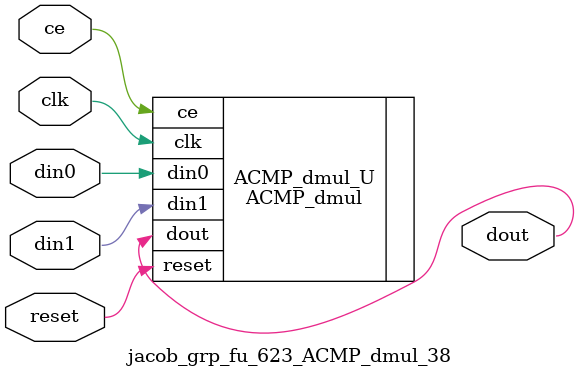
<source format=v>

`timescale 1 ns / 1 ps
module jacob_grp_fu_623_ACMP_dmul_38(
    clk,
    reset,
    ce,
    din0,
    din1,
    dout);

parameter ID = 32'd1;
parameter NUM_STAGE = 32'd1;
parameter din0_WIDTH = 32'd1;
parameter din1_WIDTH = 32'd1;
parameter dout_WIDTH = 32'd1;
input clk;
input reset;
input ce;
input[din0_WIDTH - 1:0] din0;
input[din1_WIDTH - 1:0] din1;
output[dout_WIDTH - 1:0] dout;



ACMP_dmul #(
.ID( ID ),
.NUM_STAGE( 7 ),
.din0_WIDTH( din0_WIDTH ),
.din1_WIDTH( din1_WIDTH ),
.dout_WIDTH( dout_WIDTH ))
ACMP_dmul_U(
    .clk( clk ),
    .reset( reset ),
    .ce( ce ),
    .din0( din0 ),
    .din1( din1 ),
    .dout( dout ));

endmodule

</source>
